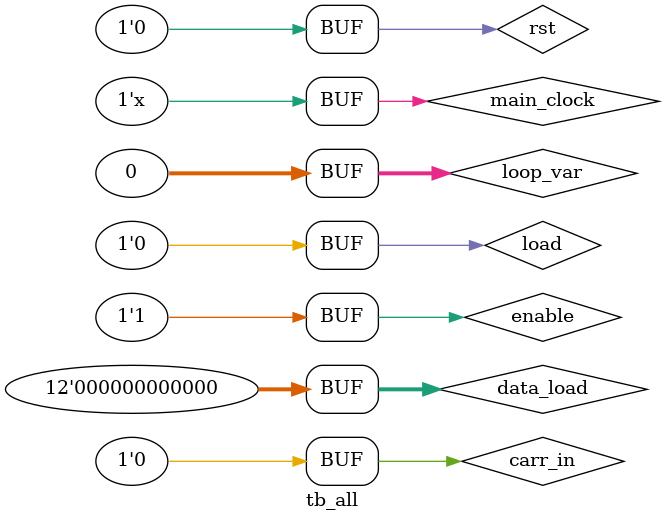
<source format=v>
`timescale 1ns / 1ns


module tb_all();

reg main_clock, rst, enable, direction, load, carr_in;
reg [11:0] data_load;
wire [20:0] count;
wire carr_out, divided_clock;
integer t_var, loop_var;

parameter integer MAIN_CLK=50;
parameter integer CTR_CLK_MULT=5;
parameter integer PULSE_WIDTH=50;
parameter integer T_DIR_INV = 16;
parameter integer T_LOAD = 48;
parameter integer T_RESET = 60;
parameter integer T_LOAD2 = 64;

divider #(
  .MAIN_FREQ (MAIN_CLK*CTR_CLK_MULT),
  .PULSE_WIDTH (PULSE_WIDTH)
  ) div_0 (
  .clk (main_clock),
  .div (divided_clock)
);

counter_top ctr_test1 (
  .main_clock (main_clock),
  .reset (rst),
  .direction (direction),
  .load_comm (load),
  .load_data (data_load),
  .led_out1 (count[6:0]),
  .led_out2 (count[13:7]),
  .led_out3 (count[20:14])
);

initial begin
  t_var=32'b0;
  loop_var=32'd0;
  main_clock=0;
  rst=1;
  #50;
  enable=1;
  rst=0;
  direction=0;
  carr_in=0;
  #10;
  load=1;
  data_load=4'h0;
  #10;
  load=0;
end

always begin
  #(MAIN_CLK/2);
  main_clock=~main_clock;
end

always @(posedge divided_clock) begin
  t_var=t_var+32'd1;
  if(t_var>=T_DIR_INV) begin
    direction=1;
  end
//  if(t_var>=T_LOAD) begin
//    direction=0;
//  end
//  if(t_var==T_LOAD) begin
//    load=1;
//    #5;
//    data_load=4'hc;
//    #5;
//    load=0;
//    data_load=4'h0;
//  end
//  if(t_var==T_RESET) begin
//    rst=1;
//    rst=0;
//  end
//  if(t_var==T_LOAD2) begin
//    direction=0;
//    load=1;
//    #5;
//    data_load=4'hc;
//    #5;
//    load=0;
//    data_load=4'h0;
//    direction=1;
//  end
  if(t_var==(T_DIR_INV+T_LOAD2)) begin
    direction=0;
  end
end

endmodule

</source>
